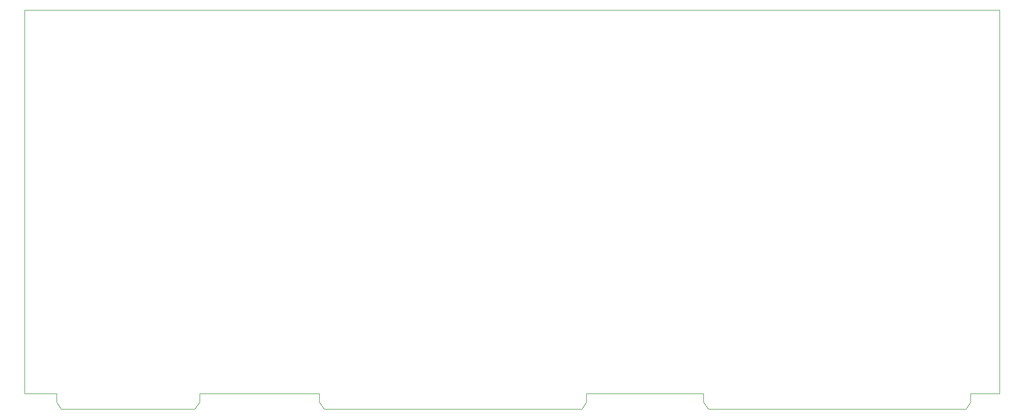
<source format=gbr>
G04 #@! TF.GenerationSoftware,KiCad,Pcbnew,7.0.11*
G04 #@! TF.CreationDate,2025-01-13T21:33:00+01:00*
G04 #@! TF.ProjectId,PowerUnit,506f7765-7255-46e6-9974-2e6b69636164,C*
G04 #@! TF.SameCoordinates,Original*
G04 #@! TF.FileFunction,Profile,NP*
%FSLAX46Y46*%
G04 Gerber Fmt 4.6, Leading zero omitted, Abs format (unit mm)*
G04 Created by KiCad (PCBNEW 7.0.11) date 2025-01-13 21:33:00*
%MOMM*%
%LPD*%
G01*
G04 APERTURE LIST*
G04 #@! TA.AperFunction,Profile*
%ADD10C,0.050000*%
G04 #@! TD*
G04 APERTURE END LIST*
D10*
X215000000Y-150000000D02*
X215000000Y-85000000D01*
X50000000Y-85000000D02*
X50000000Y-150000000D01*
X50000000Y-150000000D02*
X55390000Y-150000000D01*
X210110000Y-151470000D02*
X210110000Y-150000000D01*
X100700000Y-152630000D02*
X144300000Y-152630000D01*
X209300000Y-152630000D02*
X210110000Y-151470000D01*
X99890000Y-151470000D02*
X100700000Y-152630000D01*
X56200000Y-152630000D02*
X78800000Y-152630000D01*
X144300000Y-152630000D02*
X145110000Y-151470000D01*
X164890000Y-150000000D02*
X164890000Y-151470000D01*
X78800000Y-152630000D02*
X79610000Y-151470000D01*
X145110000Y-151470000D02*
X145110000Y-150000000D01*
X215000000Y-85000000D02*
X50000000Y-85000000D01*
X164890000Y-151470000D02*
X165700000Y-152630000D01*
X165700000Y-152630000D02*
X209300000Y-152630000D01*
X79610000Y-150000000D02*
X99890000Y-150000000D01*
X55390000Y-151470000D02*
X56200000Y-152630000D01*
X145110000Y-150000000D02*
X164890000Y-150000000D01*
X210110000Y-150000000D02*
X215000000Y-150000000D01*
X79610000Y-151470000D02*
X79610000Y-150000000D01*
X99890000Y-150000000D02*
X99890000Y-151470000D01*
X55390000Y-150000000D02*
X55390000Y-151470000D01*
M02*

</source>
